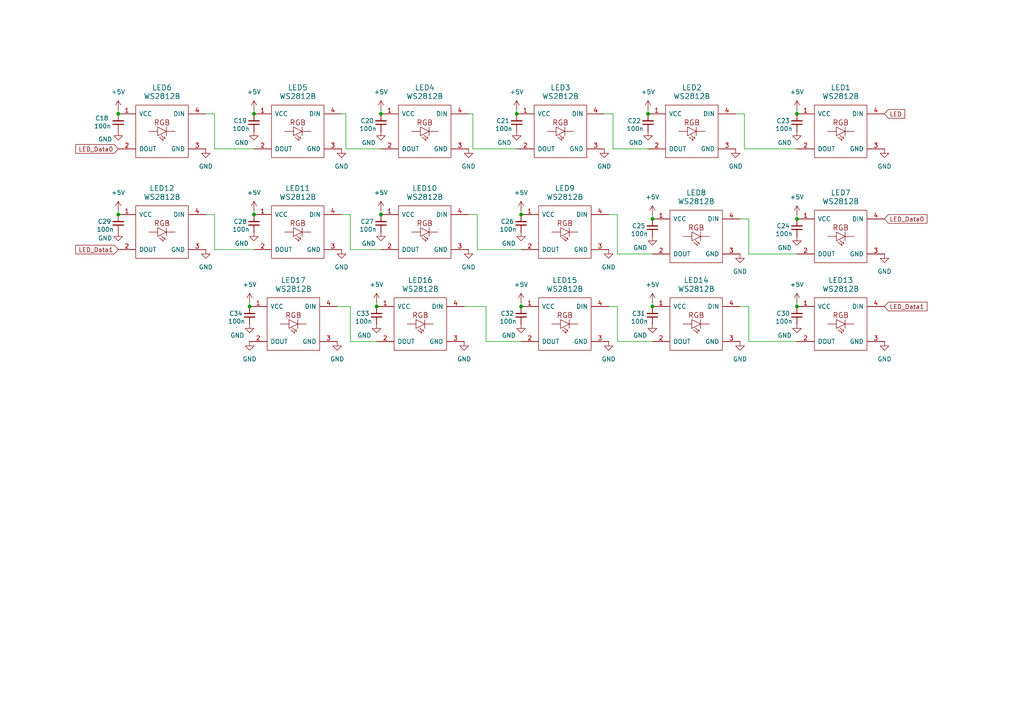
<source format=kicad_sch>
(kicad_sch (version 20231120) (generator "eeschema") (generator_version "8.0")
  (paper "A4")
  (lib_symbols
    (symbol "Device:C_Small" (pin_numbers hide) (pin_names (offset 0.254) hide)
      (property "Reference" "C" (at 0.254 1.778 0))
      (property "Value" "C_Small" (at 0.254 -2.032 0))
      (symbol "C_Small_0_1"
        (polyline (pts (xy -1.524 -0.508) (xy 1.524 -0.508)) (stroke (width 0.3302)))
        (polyline (pts (xy -1.524 0.508) (xy 1.524 0.508)) (stroke (width 0.3048)))
      )
      (symbol "C_Small_1_1"
        (pin passive line (at 0 2.54 270) (length 2.032) (name "~") (number "1"))
        (pin passive line (at 0 -2.54 90) (length 2.032) (name "~") (number "2"))
      )
    )
    (symbol "KB_ws2812b:WS2812B" (pin_names (offset 1.016))
      (property "Reference" "LED" (at 0 -10.16 0))
      (property "Value" "WS2812B" (at 0 10.16 0))
      (symbol "WS2812B_0_0"
        (polyline (pts (xy -1.27 0) (xy -3.81 0)))
        (polyline (pts (xy -0.254 -1.143) (xy 0.889 -2.159)))
        (polyline (pts (xy 0.381 -2.667) (xy -0.762 -1.651)))
        (polyline (pts (xy 0.381 -2.667) (xy 0.254 -2.032)))
        (polyline (pts (xy 0.889 -2.159) (xy 0.762 -1.524)))
        (polyline (pts (xy 1.27 0) (xy 3.81 0)))
        (text "RGB" (at 0 2.54 0) (effects (font (size 1.524 1.524))))
      )
      (symbol "WS2812B_0_1"
        (rectangle (start -7.62 7.62) (end 7.62 -7.62))
        (polyline (pts (xy 1.27 0) (xy -1.27 1.27) (xy -1.27 -1.27) (xy 1.27 0) (xy 1.27 0)))
        (rectangle (start 1.27 1.27) (end 1.27 -1.27))
      )
      (symbol "WS2812B_1_1"
        (pin power_in line (at -12.7 5.08 0) (length 5.0038) (name "VCC") (number "1"))
        (pin output line (at -12.7 -5.08 0) (length 5.0038) (name "DOUT") (number "2"))
        (pin power_in line (at 12.7 -5.08 180) (length 5.0038) (name "GND") (number "3"))
        (pin input line (at 12.7 5.08 180) (length 5.0038) (name "DIN") (number "4"))
      )
    )
    (symbol "power:+5V" (power) (pin_numbers hide) (pin_names (offset 0) hide)
      (property "Value" "+5V" (at 0 3.556 0))
      (symbol "+5V_0_1"
        (polyline (pts (xy -0.762 1.27) (xy 0 2.54)))
        (polyline (pts (xy 0 0) (xy 0 2.54)))
        (polyline (pts (xy 0 2.54) (xy 0.762 1.27)))
      )
      (symbol "+5V_1_1"
        (pin power_in line (at 0 0 90) (length 0) (name "~") (number "1"))
      )
    )
    (symbol "power:GND" (power) (pin_numbers hide) (pin_names (offset 0) hide)
      (property "Value" "GND" (at 0 -3.81 0))
      (symbol "GND_0_1"
        (polyline (pts (xy 0 0) (xy 0 -1.27) (xy 1.27 -1.27) (xy 0 -2.54) (xy -1.27 -1.27) (xy 0 -1.27)))
      )
      (symbol "GND_1_1"
        (pin power_in line (at 0 0 270) (length 0) (name "~") (number "1"))
      )
    )
  )
  (junction (at 189.23 63.5))
  (junction (at 73.66 33.02))
  (junction (at 231.14 63.5))
  (junction (at 187.96 33.02))
  (junction (at 110.49 33.02))
  (junction (at 189.23 88.9))
  (junction (at 72.39 88.9))
  (junction (at 231.14 88.9))
  (junction (at 110.49 62.23))
  (junction (at 34.29 62.23))
  (junction (at 109.22 88.9))
  (junction (at 151.13 88.9))
  (junction (at 149.86 33.02))
  (junction (at 151.13 62.23))
  (junction (at 34.29 33.02))
  (junction (at 231.14 33.02))
  (junction (at 73.66 62.23))
  (wire (pts (xy 34.29 31.75) (xy 34.29 33.02)))
  (wire (pts (xy 110.49 60.96) (xy 110.49 62.23)))
  (wire (pts (xy 231.14 43.18) (xy 215.9 43.18)))
  (wire (pts (xy 62.23 72.39) (xy 62.23 62.23)))
  (wire (pts (xy 151.13 60.96) (xy 151.13 62.23)))
  (wire (pts (xy 62.23 33.02) (xy 59.69 33.02)))
  (wire (pts (xy 140.97 99.06) (xy 140.97 88.9)))
  (wire (pts (xy 187.96 43.18) (xy 177.8 43.18)))
  (wire (pts (xy 140.97 88.9) (xy 134.62 88.9)))
  (wire (pts (xy 149.86 31.75) (xy 149.86 33.02)))
  (wire (pts (xy 100.33 43.18) (xy 100.33 33.02)))
  (wire (pts (xy 231.14 99.06) (xy 217.17 99.06)))
  (wire (pts (xy 73.66 60.96) (xy 73.66 62.23)))
  (wire (pts (xy 217.17 88.9) (xy 214.63 88.9)))
  (wire (pts (xy 101.6 88.9) (xy 97.79 88.9)))
  (wire (pts (xy 187.96 31.75) (xy 187.96 33.02)))
  (wire (pts (xy 62.23 62.23) (xy 59.69 62.23)))
  (wire (pts (xy 151.13 87.63) (xy 151.13 88.9)))
  (wire (pts (xy 215.9 33.02) (xy 213.36 33.02)))
  (wire (pts (xy 151.13 99.06) (xy 140.97 99.06)))
  (wire (pts (xy 137.16 43.18) (xy 137.16 33.02)))
  (wire (pts (xy 110.49 31.75) (xy 110.49 33.02)))
  (wire (pts (xy 73.66 31.75) (xy 73.66 33.02)))
  (wire (pts (xy 231.14 73.66) (xy 217.17 73.66)))
  (wire (pts (xy 101.6 62.23) (xy 99.06 62.23)))
  (wire (pts (xy 110.49 72.39) (xy 101.6 72.39)))
  (wire (pts (xy 34.29 60.96) (xy 34.29 62.23)))
  (wire (pts (xy 177.8 43.18) (xy 177.8 33.02)))
  (wire (pts (xy 109.22 99.06) (xy 101.6 99.06)))
  (wire (pts (xy 138.43 72.39) (xy 138.43 62.23)))
  (wire (pts (xy 101.6 72.39) (xy 101.6 62.23)))
  (wire (pts (xy 62.23 43.18) (xy 62.23 33.02)))
  (wire (pts (xy 151.13 72.39) (xy 138.43 72.39)))
  (wire (pts (xy 231.14 87.63) (xy 231.14 88.9)))
  (wire (pts (xy 179.07 88.9) (xy 176.53 88.9)))
  (wire (pts (xy 215.9 43.18) (xy 215.9 33.02)))
  (wire (pts (xy 231.14 31.75) (xy 231.14 33.02)))
  (wire (pts (xy 73.66 72.39) (xy 62.23 72.39)))
  (wire (pts (xy 137.16 33.02) (xy 135.89 33.02)))
  (wire (pts (xy 217.17 73.66) (xy 217.17 63.5)))
  (wire (pts (xy 189.23 62.23) (xy 189.23 63.5)))
  (wire (pts (xy 138.43 62.23) (xy 135.89 62.23)))
  (wire (pts (xy 177.8 33.02) (xy 175.26 33.02)))
  (wire (pts (xy 73.66 43.18) (xy 62.23 43.18)))
  (wire (pts (xy 217.17 63.5) (xy 214.63 63.5)))
  (wire (pts (xy 189.23 99.06) (xy 179.07 99.06)))
  (wire (pts (xy 179.07 62.23) (xy 176.53 62.23)))
  (wire (pts (xy 189.23 73.66) (xy 179.07 73.66)))
  (wire (pts (xy 72.39 87.63) (xy 72.39 88.9)))
  (wire (pts (xy 231.14 62.23) (xy 231.14 63.5)))
  (wire (pts (xy 110.49 43.18) (xy 100.33 43.18)))
  (wire (pts (xy 101.6 99.06) (xy 101.6 88.9)))
  (wire (pts (xy 179.07 99.06) (xy 179.07 88.9)))
  (wire (pts (xy 149.86 43.18) (xy 137.16 43.18)))
  (wire (pts (xy 100.33 33.02) (xy 99.06 33.02)))
  (wire (pts (xy 109.22 87.63) (xy 109.22 88.9)))
  (wire (pts (xy 217.17 99.06) (xy 217.17 88.9)))
  (wire (pts (xy 179.07 73.66) (xy 179.07 62.23)))
  (wire (pts (xy 189.23 87.63) (xy 189.23 88.9)))
  (global_label "LED" (shape input) (at 256.54 33.02 0) (property "Intersheetrefs" "${INTERSHEET_REFS}" (effects (hide yes))))
  (global_label "LED_Data1" (shape input) (at 256.54 88.9 0) (property "Intersheetrefs" "${INTERSHEET_REFS}" (effects (hide yes))))
  (global_label "LED_Data0" (shape input) (at 256.54 63.5 0) (property "Intersheetrefs" "${INTERSHEET_REFS}" (effects (hide yes))))
  (global_label "LED_Data1" (shape input) (at 34.29 72.39 180) (property "Intersheetrefs" "${INTERSHEET_REFS}" (effects (hide yes))))
  (global_label "LED_Data0" (shape input) (at 34.29 43.18 180) (property "Intersheetrefs" "${INTERSHEET_REFS}" (effects (hide yes))))
  (symbol (lib_id "power:+5V") (at 149.86 31.75 0) (unit 1)
    (property "Reference" "#PWR028" (effects (hide yes)))
    (property "Value" "+5V" (at 149.86 26.67 0))
    (property "Description" "Power symbol creates a global label with name \"+5V\"" (effects (hide yes)))
  )
  (symbol (lib_id "power:+5V") (at 110.49 31.75 0) (unit 1)
    (property "Reference" "#PWR026" (effects (hide yes)))
    (property "Value" "+5V" (at 110.49 26.67 0))
    (property "Description" "Power symbol creates a global label with name \"+5V\"" (effects (hide yes)))
  )
  (symbol (lib_id "KB_ws2812b:WS2812B") (at 86.36 38.1 0) (unit 1)
    (property "Reference" "LED5" (at 86.36 25.4 0) (effects (font (size 1.524 1.524))))
    (property "Value" "WS2812B" (at 86.36 27.94 0) (effects (font (size 1.524 1.524))))
    (property "Footprint" "KB_Switch_Misc:MX-LED_WS2812B_wide" (effects (hide yes)))
    (property "Description" "RGB LED with integrated controller" (effects (hide yes)))
  )
  (symbol (lib_id "power:GND") (at 151.13 93.98 0) (unit 1)
    (property "Reference" "#PWR053" (effects (hide yes)))
    (property "Value" "GND" (at 147.574 97.282 0))
    (property "Description" "Power symbol creates a global label with name \"GND\" , ground" (effects (hide yes)))
  )
  (symbol (lib_id "power:+5V") (at 34.29 60.96 0) (unit 1)
    (property "Reference" "#PWR048" (effects (hide yes)))
    (property "Value" "+5V" (at 34.29 55.88 0))
    (property "Description" "Power symbol creates a global label with name \"+5V\"" (effects (hide yes)))
  )
  (symbol (lib_id "power:+5V") (at 72.39 87.63 0) (unit 1)
    (property "Reference" "#PWR058" (effects (hide yes)))
    (property "Value" "+5V" (at 72.39 82.55 0))
    (property "Description" "Power symbol creates a global label with name \"+5V\"" (effects (hide yes)))
  )
  (symbol (lib_id "power:GND") (at 176.53 72.39 0) (unit 1)
    (property "Reference" "#PWR015" (effects (hide yes)))
    (property "Value" "GND" (at 176.53 77.47 0))
    (property "Description" "Power symbol creates a global label with name \"GND\" , ground" (effects (hide yes)))
  )
  (symbol (lib_id "power:GND") (at 256.54 43.18 0) (unit 1)
    (property "Reference" "#PWR024" (effects (hide yes)))
    (property "Value" "GND" (at 256.54 48.26 0))
    (property "Description" "Power symbol creates a global label with name \"GND\" , ground" (effects (hide yes)))
  )
  (symbol (lib_id "power:GND") (at 231.14 38.1 0) (unit 1)
    (property "Reference" "#PWR031" (effects (hide yes)))
    (property "Value" "GND" (at 227.584 41.402 0))
    (property "Description" "Power symbol creates a global label with name \"GND\" , ground" (effects (hide yes)))
  )
  (symbol (lib_id "power:+5V") (at 73.66 60.96 0) (unit 1)
    (property "Reference" "#PWR046" (effects (hide yes)))
    (property "Value" "+5V" (at 73.66 55.88 0))
    (property "Description" "Power symbol creates a global label with name \"+5V\"" (effects (hide yes)))
  )
  (symbol (lib_id "KB_ws2812b:WS2812B") (at 200.66 38.1 0) (unit 1)
    (property "Reference" "LED2" (at 200.66 25.4 0) (effects (font (size 1.524 1.524))))
    (property "Value" "WS2812B" (at 200.66 27.94 0) (effects (font (size 1.524 1.524))))
    (property "Footprint" "KB_Switch_Misc:MX-LED_WS2812B_wide" (effects (hide yes)))
    (property "Description" "RGB LED with integrated controller" (effects (hide yes)))
  )
  (symbol (lib_id "KB_ws2812b:WS2812B") (at 243.84 38.1 0) (unit 1)
    (property "Reference" "LED1" (at 243.84 25.4 0) (effects (font (size 1.524 1.524))))
    (property "Value" "WS2812B" (at 243.84 27.94 0) (effects (font (size 1.524 1.524))))
    (property "Footprint" "KB_Switch_Misc:MX-LED_WS2812B_wide" (effects (hide yes)))
    (property "Description" "RGB LED with integrated controller" (effects (hide yes)))
  )
  (symbol (lib_id "Device:C_Small") (at 73.66 35.56 180) (unit 1)
    (property "Reference" "C19" (at 71.628 35.052 0) (effects (justify left)))
    (property "Value" "100n" (at 72.39 37.338 0) (effects (justify left)))
    (property "Footprint" "Capacitor_SMD:C_0402_1005Metric" (effects (hide yes)))
    (property "Description" "Unpolarized capacitor, small symbol" (effects (hide yes)))
  )
  (symbol (lib_id "power:GND") (at 34.29 67.31 0) (unit 1)
    (property "Reference" "#PWR047" (effects (hide yes)))
    (property "Value" "GND" (at 30.48 69.088 0))
    (property "Description" "Power symbol creates a global label with name \"GND\" , ground" (effects (hide yes)))
  )
  (symbol (lib_id "power:+5V") (at 110.49 60.96 0) (unit 1)
    (property "Reference" "#PWR044" (effects (hide yes)))
    (property "Value" "+5V" (at 110.49 55.88 0))
    (property "Description" "Power symbol creates a global label with name \"+5V\"" (effects (hide yes)))
  )
  (symbol (lib_id "power:+5V") (at 151.13 60.96 0) (unit 1)
    (property "Reference" "#PWR040" (effects (hide yes)))
    (property "Value" "+5V" (at 151.13 55.88 0))
    (property "Description" "Power symbol creates a global label with name \"+5V\"" (effects (hide yes)))
  )
  (symbol (lib_id "KB_ws2812b:WS2812B") (at 46.99 67.31 0) (unit 1)
    (property "Reference" "LED12" (at 46.99 54.61 0) (effects (font (size 1.524 1.524))))
    (property "Value" "WS2812B" (at 46.99 57.15 0) (effects (font (size 1.524 1.524))))
    (property "Footprint" "KB_Switch_Misc:MX-LED_WS2812B_wide" (effects (hide yes)))
    (property "Description" "RGB LED with integrated controller" (effects (hide yes)))
  )
  (symbol (lib_id "KB_ws2812b:WS2812B") (at 123.19 67.31 0) (unit 1)
    (property "Reference" "LED10" (at 123.19 54.61 0) (effects (font (size 1.524 1.524))))
    (property "Value" "WS2812B" (at 123.19 57.15 0) (effects (font (size 1.524 1.524))))
    (property "Footprint" "KB_Switch_Misc:MX-LED_WS2812B_wide" (effects (hide yes)))
    (property "Description" "RGB LED with integrated controller" (effects (hide yes)))
  )
  (symbol (lib_id "power:GND") (at 256.54 73.66 0) (unit 1)
    (property "Reference" "#PWR013" (effects (hide yes)))
    (property "Value" "GND" (at 256.54 78.74 0))
    (property "Description" "Power symbol creates a global label with name \"GND\" , ground" (effects (hide yes)))
  )
  (symbol (lib_id "power:+5V") (at 231.14 87.63 0) (unit 1)
    (property "Reference" "#PWR050" (effects (hide yes)))
    (property "Value" "+5V" (at 231.14 82.55 0))
    (property "Description" "Power symbol creates a global label with name \"+5V\"" (effects (hide yes)))
  )
  (symbol (lib_id "power:GND") (at 189.23 68.58 0) (unit 1)
    (property "Reference" "#PWR035" (effects (hide yes)))
    (property "Value" "GND" (at 185.674 71.882 0))
    (property "Description" "Power symbol creates a global label with name \"GND\" , ground" (effects (hide yes)))
  )
  (symbol (lib_id "KB_ws2812b:WS2812B") (at 243.84 93.98 0) (unit 1)
    (property "Reference" "LED13" (at 243.84 81.28 0) (effects (font (size 1.524 1.524))))
    (property "Value" "WS2812B" (at 243.84 83.82 0) (effects (font (size 1.524 1.524))))
    (property "Footprint" "KB_Switch_Misc:MX-LED_WS2812B_wide" (effects (hide yes)))
    (property "Description" "RGB LED with integrated controller" (effects (hide yes)))
  )
  (symbol (lib_id "Device:C_Small") (at 73.66 64.77 180) (unit 1)
    (property "Reference" "C28" (at 71.628 64.262 0) (effects (justify left)))
    (property "Value" "100n" (at 72.39 66.548 0) (effects (justify left)))
    (property "Footprint" "Capacitor_SMD:C_0402_1005Metric" (effects (hide yes)))
    (property "Description" "Unpolarized capacitor, small symbol" (effects (hide yes)))
  )
  (symbol (lib_id "power:GND") (at 59.69 72.39 0) (unit 1)
    (property "Reference" "#PWR018" (effects (hide yes)))
    (property "Value" "GND" (at 59.69 77.47 0))
    (property "Description" "Power symbol creates a global label with name \"GND\" , ground" (effects (hide yes)))
  )
  (symbol (lib_id "power:+5V") (at 189.23 87.63 0) (unit 1)
    (property "Reference" "#PWR052" (effects (hide yes)))
    (property "Value" "+5V" (at 189.23 82.55 0))
    (property "Description" "Power symbol creates a global label with name \"+5V\"" (effects (hide yes)))
  )
  (symbol (lib_id "power:+5V") (at 151.13 87.63 0) (unit 1)
    (property "Reference" "#PWR054" (effects (hide yes)))
    (property "Value" "+5V" (at 151.13 82.55 0))
    (property "Description" "Power symbol creates a global label with name \"+5V\"" (effects (hide yes)))
  )
  (symbol (lib_id "power:GND") (at 187.96 38.1 0) (unit 1)
    (property "Reference" "#PWR029" (effects (hide yes)))
    (property "Value" "GND" (at 184.404 41.402 0))
    (property "Description" "Power symbol creates a global label with name \"GND\" , ground" (effects (hide yes)))
  )
  (symbol (lib_id "Device:C_Small") (at 34.29 35.56 180) (unit 1)
    (property "Reference" "C18" (at 31.496 34.29 0) (effects (justify left)))
    (property "Value" "100n" (at 32.258 36.576 0) (effects (justify left)))
    (property "Footprint" "Capacitor_SMD:C_0402_1005Metric" (effects (hide yes)))
    (property "Description" "Unpolarized capacitor, small symbol" (effects (hide yes)))
  )
  (symbol (lib_id "Device:C_Small") (at 109.22 91.44 180) (unit 1)
    (property "Reference" "C33" (at 107.188 90.932 0) (effects (justify left)))
    (property "Value" "100n" (at 107.95 93.218 0) (effects (justify left)))
    (property "Footprint" "Capacitor_SMD:C_0402_1005Metric" (effects (hide yes)))
    (property "Description" "Unpolarized capacitor, small symbol" (effects (hide yes)))
  )
  (symbol (lib_id "Device:C_Small") (at 189.23 66.04 180) (unit 1)
    (property "Reference" "C25" (at 187.198 65.532 0) (effects (justify left)))
    (property "Value" "100n" (at 187.96 67.818 0) (effects (justify left)))
    (property "Footprint" "Capacitor_SMD:C_0402_1005Metric" (effects (hide yes)))
    (property "Description" "Unpolarized capacitor, small symbol" (effects (hide yes)))
  )
  (symbol (lib_id "power:GND") (at 109.22 93.98 0) (unit 1)
    (property "Reference" "#PWR055" (effects (hide yes)))
    (property "Value" "GND" (at 105.664 97.282 0))
    (property "Description" "Power symbol creates a global label with name \"GND\" , ground" (effects (hide yes)))
  )
  (symbol (lib_id "power:GND") (at 231.14 68.58 0) (unit 1)
    (property "Reference" "#PWR033" (effects (hide yes)))
    (property "Value" "GND" (at 227.584 71.882 0))
    (property "Description" "Power symbol creates a global label with name \"GND\" , ground" (effects (hide yes)))
  )
  (symbol (lib_id "power:+5V") (at 231.14 31.75 0) (unit 1)
    (property "Reference" "#PWR032" (effects (hide yes)))
    (property "Value" "+5V" (at 231.14 26.67 0))
    (property "Description" "Power symbol creates a global label with name \"+5V\"" (effects (hide yes)))
  )
  (symbol (lib_id "KB_ws2812b:WS2812B") (at 163.83 67.31 0) (unit 1)
    (property "Reference" "LED9" (at 163.83 54.61 0) (effects (font (size 1.524 1.524))))
    (property "Value" "WS2812B" (at 163.83 57.15 0) (effects (font (size 1.524 1.524))))
    (property "Footprint" "KB_Switch_Misc:MX-LED_WS2812B_wide" (effects (hide yes)))
    (property "Description" "RGB LED with integrated controller" (effects (hide yes)))
  )
  (symbol (lib_id "power:GND") (at 214.63 99.06 0) (unit 1)
    (property "Reference" "#PWR011" (effects (hide yes)))
    (property "Value" "GND" (at 214.63 104.14 0))
    (property "Description" "Power symbol creates a global label with name \"GND\" , ground" (effects (hide yes)))
  )
  (symbol (lib_id "power:GND") (at 214.63 73.66 0) (unit 1)
    (property "Reference" "#PWR014" (effects (hide yes)))
    (property "Value" "GND" (at 214.63 78.74 0))
    (property "Description" "Power symbol creates a global label with name \"GND\" , ground" (effects (hide yes)))
  )
  (symbol (lib_id "Device:C_Small") (at 110.49 64.77 180) (unit 1)
    (property "Reference" "C27" (at 108.458 64.262 0) (effects (justify left)))
    (property "Value" "100n" (at 109.22 66.548 0) (effects (justify left)))
    (property "Footprint" "Capacitor_SMD:C_0402_1005Metric" (effects (hide yes)))
    (property "Description" "Unpolarized capacitor, small symbol" (effects (hide yes)))
  )
  (symbol (lib_id "power:GND") (at 110.49 38.1 0) (unit 1)
    (property "Reference" "#PWR025" (effects (hide yes)))
    (property "Value" "GND" (at 106.934 41.402 0))
    (property "Description" "Power symbol creates a global label with name \"GND\" , ground" (effects (hide yes)))
  )
  (symbol (lib_id "KB_ws2812b:WS2812B") (at 123.19 38.1 0) (unit 1)
    (property "Reference" "LED4" (at 123.19 25.4 0) (effects (font (size 1.524 1.524))))
    (property "Value" "WS2812B" (at 123.19 27.94 0) (effects (font (size 1.524 1.524))))
    (property "Footprint" "KB_Switch_Misc:MX-LED_WS2812B_wide" (effects (hide yes)))
    (property "Description" "RGB LED with integrated controller" (effects (hide yes)))
  )
  (symbol (lib_id "KB_ws2812b:WS2812B") (at 201.93 93.98 0) (unit 1)
    (property "Reference" "LED14" (at 201.93 81.28 0) (effects (font (size 1.524 1.524))))
    (property "Value" "WS2812B" (at 201.93 83.82 0) (effects (font (size 1.524 1.524))))
    (property "Footprint" "KB_Switch_Misc:MX-LED_WS2812B_wide" (effects (hide yes)))
    (property "Description" "RGB LED with integrated controller" (effects (hide yes)))
  )
  (symbol (lib_id "power:GND") (at 34.29 38.1 0) (unit 1)
    (property "Reference" "#PWR036" (effects (hide yes)))
    (property "Value" "GND" (at 30.48 40.386 0))
    (property "Description" "Power symbol creates a global label with name \"GND\" , ground" (effects (hide yes)))
  )
  (symbol (lib_id "KB_ws2812b:WS2812B") (at 201.93 68.58 0) (unit 1)
    (property "Reference" "LED8" (at 201.93 55.88 0) (effects (font (size 1.524 1.524))))
    (property "Value" "WS2812B" (at 201.93 58.42 0) (effects (font (size 1.524 1.524))))
    (property "Footprint" "KB_Switch_Misc:MX-LED_WS2812B_wide" (effects (hide yes)))
    (property "Description" "RGB LED with integrated controller" (effects (hide yes)))
  )
  (symbol (lib_id "KB_ws2812b:WS2812B") (at 46.99 38.1 0) (unit 1)
    (property "Reference" "LED6" (at 46.99 25.4 0) (effects (font (size 1.524 1.524))))
    (property "Value" "WS2812B" (at 46.99 27.94 0) (effects (font (size 1.524 1.524))))
    (property "Footprint" "KB_Switch_Misc:MX-LED_WS2812B_wide" (effects (hide yes)))
    (property "Description" "RGB LED with integrated controller" (effects (hide yes)))
  )
  (symbol (lib_id "power:+5V") (at 109.22 87.63 0) (unit 1)
    (property "Reference" "#PWR056" (effects (hide yes)))
    (property "Value" "+5V" (at 109.22 82.55 0))
    (property "Description" "Power symbol creates a global label with name \"+5V\"" (effects (hide yes)))
  )
  (symbol (lib_id "power:GND") (at 73.66 38.1 0) (unit 1)
    (property "Reference" "#PWR037" (effects (hide yes)))
    (property "Value" "GND" (at 70.104 41.402 0))
    (property "Description" "Power symbol creates a global label with name \"GND\" , ground" (effects (hide yes)))
  )
  (symbol (lib_id "Device:C_Small") (at 149.86 35.56 180) (unit 1)
    (property "Reference" "C21" (at 147.828 35.052 0) (effects (justify left)))
    (property "Value" "100n" (at 148.59 37.338 0) (effects (justify left)))
    (property "Footprint" "Capacitor_SMD:C_0402_1005Metric" (effects (hide yes)))
    (property "Description" "Unpolarized capacitor, small symbol" (effects (hide yes)))
  )
  (symbol (lib_id "power:GND") (at 99.06 72.39 0) (unit 1)
    (property "Reference" "#PWR017" (effects (hide yes)))
    (property "Value" "GND" (at 99.06 77.47 0))
    (property "Description" "Power symbol creates a global label with name \"GND\" , ground" (effects (hide yes)))
  )
  (symbol (lib_id "power:+5V") (at 73.66 31.75 0) (unit 1)
    (property "Reference" "#PWR043" (effects (hide yes)))
    (property "Value" "+5V" (at 73.66 26.67 0))
    (property "Description" "Power symbol creates a global label with name \"+5V\"" (effects (hide yes)))
  )
  (symbol (lib_id "KB_ws2812b:WS2812B") (at 121.92 93.98 0) (unit 1)
    (property "Reference" "LED16" (at 121.92 81.28 0) (effects (font (size 1.524 1.524))))
    (property "Value" "WS2812B" (at 121.92 83.82 0) (effects (font (size 1.524 1.524))))
    (property "Footprint" "KB_Switch_Misc:MX-LED_WS2812B_wide" (effects (hide yes)))
    (property "Description" "RGB LED with integrated controller" (effects (hide yes)))
  )
  (symbol (lib_id "power:GND") (at 149.86 38.1 0) (unit 1)
    (property "Reference" "#PWR027" (effects (hide yes)))
    (property "Value" "GND" (at 146.304 41.402 0))
    (property "Description" "Power symbol creates a global label with name \"GND\" , ground" (effects (hide yes)))
  )
  (symbol (lib_id "power:GND") (at 189.23 93.98 0) (unit 1)
    (property "Reference" "#PWR051" (effects (hide yes)))
    (property "Value" "GND" (at 185.674 97.282 0))
    (property "Description" "Power symbol creates a global label with name \"GND\" , ground" (effects (hide yes)))
  )
  (symbol (lib_id "power:GND") (at 135.89 72.39 0) (unit 1)
    (property "Reference" "#PWR016" (effects (hide yes)))
    (property "Value" "GND" (at 135.89 77.47 0))
    (property "Description" "Power symbol creates a global label with name \"GND\" , ground" (effects (hide yes)))
  )
  (symbol (lib_id "power:GND") (at 256.54 99.06 0) (unit 1)
    (property "Reference" "#PWR012" (effects (hide yes)))
    (property "Value" "GND" (at 256.54 104.14 0))
    (property "Description" "Power symbol creates a global label with name \"GND\" , ground" (effects (hide yes)))
  )
  (symbol (lib_id "power:GND") (at 72.39 93.98 0) (unit 1)
    (property "Reference" "#PWR057" (effects (hide yes)))
    (property "Value" "GND" (at 68.834 97.282 0))
    (property "Description" "Power symbol creates a global label with name \"GND\" , ground" (effects (hide yes)))
  )
  (symbol (lib_id "power:GND") (at 97.79 99.06 0) (unit 1)
    (property "Reference" "#PWR07" (effects (hide yes)))
    (property "Value" "GND" (at 97.79 104.14 0))
    (property "Description" "Power symbol creates a global label with name \"GND\" , ground" (effects (hide yes)))
  )
  (symbol (lib_id "Device:C_Small") (at 72.39 91.44 180) (unit 1)
    (property "Reference" "C34" (at 70.358 90.932 0) (effects (justify left)))
    (property "Value" "100n" (at 71.12 93.218 0) (effects (justify left)))
    (property "Footprint" "Capacitor_SMD:C_0402_1005Metric" (effects (hide yes)))
    (property "Description" "Unpolarized capacitor, small symbol" (effects (hide yes)))
  )
  (symbol (lib_id "power:GND") (at 175.26 43.18 0) (unit 1)
    (property "Reference" "#PWR022" (effects (hide yes)))
    (property "Value" "GND" (at 175.26 48.26 0))
    (property "Description" "Power symbol creates a global label with name \"GND\" , ground" (effects (hide yes)))
  )
  (symbol (lib_id "power:GND") (at 231.14 93.98 0) (unit 1)
    (property "Reference" "#PWR049" (effects (hide yes)))
    (property "Value" "GND" (at 227.584 97.282 0))
    (property "Description" "Power symbol creates a global label with name \"GND\" , ground" (effects (hide yes)))
  )
  (symbol (lib_id "KB_ws2812b:WS2812B") (at 86.36 67.31 0) (unit 1)
    (property "Reference" "LED11" (at 86.36 54.61 0) (effects (font (size 1.524 1.524))))
    (property "Value" "WS2812B" (at 86.36 57.15 0) (effects (font (size 1.524 1.524))))
    (property "Footprint" "KB_Switch_Misc:MX-LED_WS2812B_wide" (effects (hide yes)))
    (property "Description" "RGB LED with integrated controller" (effects (hide yes)))
  )
  (symbol (lib_id "Device:C_Small") (at 34.29 64.77 180) (unit 1)
    (property "Reference" "C29" (at 32.258 64.262 0) (effects (justify left)))
    (property "Value" "100n" (at 33.02 66.548 0) (effects (justify left)))
    (property "Footprint" "Capacitor_SMD:C_0402_1005Metric" (effects (hide yes)))
    (property "Description" "Unpolarized capacitor, small symbol" (effects (hide yes)))
  )
  (symbol (lib_id "power:GND") (at 213.36 43.18 0) (unit 1)
    (property "Reference" "#PWR023" (effects (hide yes)))
    (property "Value" "GND" (at 213.36 48.26 0))
    (property "Description" "Power symbol creates a global label with name \"GND\" , ground" (effects (hide yes)))
  )
  (symbol (lib_id "power:GND") (at 72.39 99.06 0) (unit 1)
    (property "Reference" "#PWR08" (effects (hide yes)))
    (property "Value" "GND" (at 72.39 104.14 0))
    (property "Description" "Power symbol creates a global label with name \"GND\" , ground" (effects (hide yes)))
  )
  (symbol (lib_id "power:+5V") (at 189.23 62.23 0) (unit 1)
    (property "Reference" "#PWR038" (effects (hide yes)))
    (property "Value" "+5V" (at 189.23 57.15 0))
    (property "Description" "Power symbol creates a global label with name \"+5V\"" (effects (hide yes)))
  )
  (symbol (lib_id "Device:C_Small") (at 231.14 91.44 180) (unit 1)
    (property "Reference" "C30" (at 229.108 90.932 0) (effects (justify left)))
    (property "Value" "100n" (at 229.87 93.218 0) (effects (justify left)))
    (property "Footprint" "Capacitor_SMD:C_0402_1005Metric" (effects (hide yes)))
    (property "Description" "Unpolarized capacitor, small symbol" (effects (hide yes)))
  )
  (symbol (lib_id "power:GND") (at 135.89 43.18 0) (unit 1)
    (property "Reference" "#PWR021" (effects (hide yes)))
    (property "Value" "GND" (at 135.89 48.26 0))
    (property "Description" "Power symbol creates a global label with name \"GND\" , ground" (effects (hide yes)))
  )
  (symbol (lib_id "Device:C_Small") (at 151.13 91.44 180) (unit 1)
    (property "Reference" "C32" (at 149.098 90.932 0) (effects (justify left)))
    (property "Value" "100n" (at 149.86 93.218 0) (effects (justify left)))
    (property "Footprint" "Capacitor_SMD:C_0402_1005Metric" (effects (hide yes)))
    (property "Description" "Unpolarized capacitor, small symbol" (effects (hide yes)))
  )
  (symbol (lib_id "power:+5V") (at 34.29 31.75 0) (unit 1)
    (property "Reference" "#PWR042" (effects (hide yes)))
    (property "Value" "+5V" (at 34.29 26.67 0))
    (property "Description" "Power symbol creates a global label with name \"+5V\"" (effects (hide yes)))
  )
  (symbol (lib_id "KB_ws2812b:WS2812B") (at 162.56 38.1 0) (unit 1)
    (property "Reference" "LED3" (at 162.56 25.4 0) (effects (font (size 1.524 1.524))))
    (property "Value" "WS2812B" (at 162.56 27.94 0) (effects (font (size 1.524 1.524))))
    (property "Footprint" "KB_Switch_Misc:MX-LED_WS2812B_wide" (effects (hide yes)))
    (property "Description" "RGB LED with integrated controller" (effects (hide yes)))
  )
  (symbol (lib_id "KB_ws2812b:WS2812B") (at 243.84 68.58 0) (unit 1)
    (property "Reference" "LED7" (at 243.84 55.88 0) (effects (font (size 1.524 1.524))))
    (property "Value" "WS2812B" (at 243.84 58.42 0) (effects (font (size 1.524 1.524))))
    (property "Footprint" "KB_Switch_Misc:MX-LED_WS2812B_wide" (effects (hide yes)))
    (property "Description" "RGB LED with integrated controller" (effects (hide yes)))
  )
  (symbol (lib_id "Device:C_Small") (at 231.14 66.04 180) (unit 1)
    (property "Reference" "C24" (at 229.108 65.532 0) (effects (justify left)))
    (property "Value" "100n" (at 229.87 67.818 0) (effects (justify left)))
    (property "Footprint" "Capacitor_SMD:C_0402_1005Metric" (effects (hide yes)))
    (property "Description" "Unpolarized capacitor, small symbol" (effects (hide yes)))
  )
  (symbol (lib_id "power:+5V") (at 187.96 31.75 0) (unit 1)
    (property "Reference" "#PWR030" (effects (hide yes)))
    (property "Value" "+5V" (at 187.96 26.67 0))
    (property "Description" "Power symbol creates a global label with name \"+5V\"" (effects (hide yes)))
  )
  (symbol (lib_id "power:GND") (at 110.49 67.31 0) (unit 1)
    (property "Reference" "#PWR041" (effects (hide yes)))
    (property "Value" "GND" (at 106.934 70.612 0))
    (property "Description" "Power symbol creates a global label with name \"GND\" , ground" (effects (hide yes)))
  )
  (symbol (lib_id "KB_ws2812b:WS2812B") (at 163.83 93.98 0) (unit 1)
    (property "Reference" "LED15" (at 163.83 81.28 0) (effects (font (size 1.524 1.524))))
    (property "Value" "WS2812B" (at 163.83 83.82 0) (effects (font (size 1.524 1.524))))
    (property "Footprint" "KB_Switch_Misc:MX-LED_WS2812B_wide" (effects (hide yes)))
    (property "Description" "RGB LED with integrated controller" (effects (hide yes)))
  )
  (symbol (lib_id "Device:C_Small") (at 151.13 64.77 180) (unit 1)
    (property "Reference" "C26" (at 149.098 64.262 0) (effects (justify left)))
    (property "Value" "100n" (at 149.86 66.548 0) (effects (justify left)))
    (property "Footprint" "Capacitor_SMD:C_0402_1005Metric" (effects (hide yes)))
    (property "Description" "Unpolarized capacitor, small symbol" (effects (hide yes)))
  )
  (symbol (lib_id "KB_ws2812b:WS2812B") (at 85.09 93.98 0) (unit 1)
    (property "Reference" "LED17" (at 85.09 81.28 0) (effects (font (size 1.524 1.524))))
    (property "Value" "WS2812B" (at 85.09 83.82 0) (effects (font (size 1.524 1.524))))
    (property "Footprint" "KB_Switch_Misc:MX-LED_WS2812B_wide" (effects (hide yes)))
    (property "Description" "RGB LED with integrated controller" (effects (hide yes)))
  )
  (symbol (lib_id "power:GND") (at 151.13 67.31 0) (unit 1)
    (property "Reference" "#PWR039" (effects (hide yes)))
    (property "Value" "GND" (at 147.574 70.612 0))
    (property "Description" "Power symbol creates a global label with name \"GND\" , ground" (effects (hide yes)))
  )
  (symbol (lib_id "Device:C_Small") (at 231.14 35.56 180) (unit 1)
    (property "Reference" "C23" (at 229.108 35.052 0) (effects (justify left)))
    (property "Value" "100n" (at 229.87 37.338 0) (effects (justify left)))
    (property "Footprint" "Capacitor_SMD:C_0402_1005Metric" (effects (hide yes)))
    (property "Description" "Unpolarized capacitor, small symbol" (effects (hide yes)))
  )
  (symbol (lib_id "Device:C_Small") (at 110.49 35.56 180) (unit 1)
    (property "Reference" "C20" (at 108.458 35.052 0) (effects (justify left)))
    (property "Value" "100n" (at 109.22 37.338 0) (effects (justify left)))
    (property "Footprint" "Capacitor_SMD:C_0402_1005Metric" (effects (hide yes)))
    (property "Description" "Unpolarized capacitor, small symbol" (effects (hide yes)))
  )
  (symbol (lib_id "power:GND") (at 134.62 99.06 0) (unit 1)
    (property "Reference" "#PWR09" (effects (hide yes)))
    (property "Value" "GND" (at 134.62 104.14 0))
    (property "Description" "Power symbol creates a global label with name \"GND\" , ground" (effects (hide yes)))
  )
  (symbol (lib_id "Device:C_Small") (at 187.96 35.56 180) (unit 1)
    (property "Reference" "C22" (at 185.928 35.052 0) (effects (justify left)))
    (property "Value" "100n" (at 186.69 37.338 0) (effects (justify left)))
    (property "Footprint" "Capacitor_SMD:C_0402_1005Metric" (effects (hide yes)))
    (property "Description" "Unpolarized capacitor, small symbol" (effects (hide yes)))
  )
  (symbol (lib_id "power:GND") (at 59.69 43.18 0) (unit 1)
    (property "Reference" "#PWR019" (effects (hide yes)))
    (property "Value" "GND" (at 59.69 48.26 0))
    (property "Description" "Power symbol creates a global label with name \"GND\" , ground" (effects (hide yes)))
  )
  (symbol (lib_id "power:GND") (at 176.53 99.06 0) (unit 1)
    (property "Reference" "#PWR010" (effects (hide yes)))
    (property "Value" "GND" (at 176.53 104.14 0))
    (property "Description" "Power symbol creates a global label with name \"GND\" , ground" (effects (hide yes)))
  )
  (symbol (lib_id "Device:C_Small") (at 189.23 91.44 180) (unit 1)
    (property "Reference" "C31" (at 187.198 90.932 0) (effects (justify left)))
    (property "Value" "100n" (at 187.96 93.218 0) (effects (justify left)))
    (property "Footprint" "Capacitor_SMD:C_0402_1005Metric" (effects (hide yes)))
    (property "Description" "Unpolarized capacitor, small symbol" (effects (hide yes)))
  )
  (symbol (lib_id "power:GND") (at 99.06 43.18 0) (unit 1)
    (property "Reference" "#PWR020" (effects (hide yes)))
    (property "Value" "GND" (at 99.06 48.26 0))
    (property "Description" "Power symbol creates a global label with name \"GND\" , ground" (effects (hide yes)))
  )
  (symbol (lib_id "power:GND") (at 73.66 67.31 0) (unit 1)
    (property "Reference" "#PWR045" (effects (hide yes)))
    (property "Value" "GND" (at 70.104 70.612 0))
    (property "Description" "Power symbol creates a global label with name \"GND\" , ground" (effects (hide yes)))
  )
  (symbol (lib_id "power:+5V") (at 231.14 62.23 0) (unit 1)
    (property "Reference" "#PWR034" (effects (hide yes)))
    (property "Value" "+5V" (at 231.14 57.15 0))
    (property "Description" "Power symbol creates a global label with name \"+5V\"" (effects (hide yes)))
  )
)
</source>
